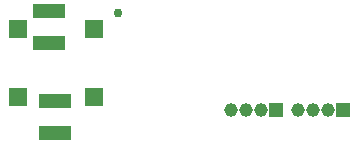
<source format=gbs>
%FSTAX23Y23*%
%MOIN*%
%SFA1B1*%

%IPPOS*%
%ADD39C,0.045275*%
%ADD40R,0.045275X0.045275*%
%ADD41R,0.064960X0.064960*%
%ADD42C,0.029921*%
%ADD59R,0.108268X0.049212*%
%LNfinal_vd-1*%
%LPD*%
G54D39*
X00388Y-00164D03*
X00438D03*
X00488D03*
X00164D03*
X00214D03*
X00264D03*
G54D40*
X00538Y-00164D03*
X00314D03*
G54D41*
X-00546Y-0012D03*
Y00107D03*
X-00294Y-0012D03*
Y00107D03*
G54D42*
X-00214Y00159D03*
G54D59*
X-00422Y-00135D03*
Y-00241D03*
X-00442Y00167D03*
Y00061D03*
M02*
</source>
